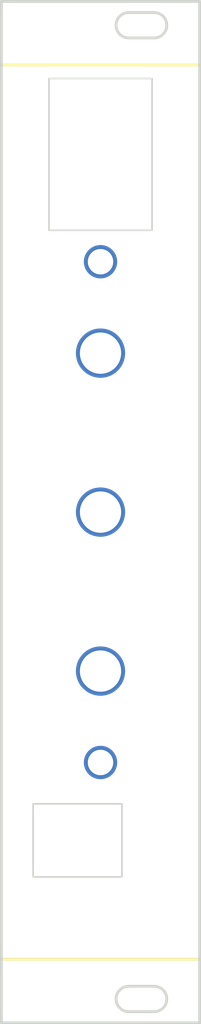
<source format=kicad_pcb>
(kicad_pcb (version 20211014) (generator pcbnew)

  (general
    (thickness 1.6)
  )

  (paper "A4")
  (layers
    (0 "F.Cu" signal)
    (31 "B.Cu" signal)
    (32 "B.Adhes" user "B.Adhesive")
    (33 "F.Adhes" user "F.Adhesive")
    (34 "B.Paste" user)
    (35 "F.Paste" user)
    (36 "B.SilkS" user "B.Silkscreen")
    (37 "F.SilkS" user "F.Silkscreen")
    (38 "B.Mask" user)
    (39 "F.Mask" user)
    (40 "Dwgs.User" user "User.Drawings")
    (41 "Cmts.User" user "User.Comments")
    (42 "Eco1.User" user "User.Eco1")
    (43 "Eco2.User" user "User.Eco2")
    (44 "Edge.Cuts" user)
    (45 "Margin" user)
    (46 "B.CrtYd" user "B.Courtyard")
    (47 "F.CrtYd" user "F.Courtyard")
    (48 "B.Fab" user)
    (49 "F.Fab" user)
    (50 "User.1" user)
    (51 "User.2" user)
    (52 "User.3" user)
    (53 "User.4" user)
    (54 "User.5" user)
    (55 "User.6" user)
    (56 "User.7" user)
    (57 "User.8" user)
    (58 "User.9" user)
  )

  (setup
    (pad_to_mask_clearance 0)
    (pcbplotparams
      (layerselection 0x00010fc_ffffffff)
      (disableapertmacros false)
      (usegerberextensions false)
      (usegerberattributes true)
      (usegerberadvancedattributes true)
      (creategerberjobfile true)
      (svguseinch false)
      (svgprecision 6)
      (excludeedgelayer true)
      (plotframeref false)
      (viasonmask false)
      (mode 1)
      (useauxorigin false)
      (hpglpennumber 1)
      (hpglpenspeed 20)
      (hpglpendiameter 15.000000)
      (dxfpolygonmode true)
      (dxfimperialunits true)
      (dxfusepcbnewfont true)
      (psnegative false)
      (psa4output false)
      (plotreference true)
      (plotvalue true)
      (plotinvisibletext false)
      (sketchpadsonfab false)
      (subtractmaskfromsilk false)
      (outputformat 1)
      (mirror false)
      (drillshape 1)
      (scaleselection 1)
      (outputdirectory "")
    )
  )

  (net 0 "")

  (gr_line (start -12.5 56.249985) (end 12.5 56.249985) (layer "F.SilkS") (width 0.352777) (tstamp c8bf1ec7-8127-42d7-908d-6976f1fa8926))
  (gr_line (start -12.5 -56.250004) (end 12.5 -56.250004) (layer "F.SilkS") (width 0.352777) (tstamp ca3e47f0-374b-4b85-a440-421109854856))
  (gr_poly
    (pts
      (xy 3.559999 -62.850088)
      (xy 6.76 -62.850088)
      (xy 6.842335 -62.848006)
      (xy 6.92359 -62.841827)
      (xy 7.003663 -62.831652)
      (xy 7.082455 -62.817581)
      (xy 7.159864 -62.799715)
      (xy 7.23579 -62.778155)
      (xy 7.310133 -62.753)
      (xy 7.382791 -62.724352)
      (xy 7.453665 -62.69231)
      (xy 7.522654 -62.656976)
      (xy 7.589657 -62.61845)
      (xy 7.654574 -62.576833)
      (xy 7.717304 -62.532224)
      (xy 7.777747 -62.484726)
      (xy 7.835802 -62.434437)
      (xy 7.891369 -62.381459)
      (xy 7.944347 -62.325892)
      (xy 7.994636 -62.267837)
      (xy 8.042135 -62.207394)
      (xy 8.086743 -62.144663)
      (xy 8.128361 -62.079746)
      (xy 8.166887 -62.012743)
      (xy 8.202221 -61.943754)
      (xy 8.234262 -61.87288)
      (xy 8.262911 -61.800222)
      (xy 8.288065 -61.725879)
      (xy 8.309626 -61.649953)
      (xy 8.327492 -61.572544)
      (xy 8.341562 -61.493753)
      (xy 8.351737 -61.413679)
      (xy 8.357916 -61.332424)
      (xy 8.359998 -61.250089)
      (xy 8.359998 -61.250085)
      (xy 8.357916 -61.167749)
      (xy 8.351737 -61.086494)
      (xy 8.341562 -61.006421)
      (xy 8.327492 -60.927629)
      (xy 8.309626 -60.85022)
      (xy 8.288065 -60.774294)
      (xy 8.262911 -60.699952)
      (xy 8.234262 -60.627293)
      (xy 8.202221 -60.556419)
      (xy 8.166887 -60.487431)
      (xy 8.128361 -60.420427)
      (xy 8.086743 -60.35551)
      (xy 8.042135 -60.29278)
      (xy 7.994636 -60.232337)
      (xy 7.944347 -60.174282)
      (xy 7.891369 -60.118715)
      (xy 7.835802 -60.065737)
      (xy 7.777747 -60.015448)
      (xy 7.717304 -59.967949)
      (xy 7.654574 -59.923341)
      (xy 7.589657 -59.881723)
      (xy 7.522654 -59.843197)
      (xy 7.453665 -59.807864)
      (xy 7.382791 -59.775822)
      (xy 7.310133 -59.747174)
      (xy 7.23579 -59.722019)
      (xy 7.159864 -59.700458)
      (xy 7.082455 -59.682593)
      (xy 7.003663 -59.668522)
      (xy 6.92359 -59.658347)
      (xy 6.842335 -59.652168)
      (xy 6.76 -59.650086)
      (xy 3.559999 -59.650086)
      (xy 3.477663 -59.652168)
      (xy 3.396408 -59.658347)
      (xy 3.316335 -59.668522)
      (xy 3.237543 -59.682593)
      (xy 3.160134 -59.700458)
      (xy 3.084208 -59.722019)
      (xy 3.009866 -59.747174)
      (xy 2.937207 -59.775822)
      (xy 2.866334 -59.807864)
      (xy 2.797345 -59.843197)
      (xy 2.730342 -59.881723)
      (xy 2.665425 -59.923341)
      (xy 2.602694 -59.967949)
      (xy 2.542251 -60.015448)
      (xy 2.484196 -60.065737)
      (xy 2.428629 -60.118715)
      (xy 2.375651 -60.174282)
      (xy 2.325362 -60.232337)
      (xy 2.277864 -60.29278)
      (xy 2.233255 -60.35551)
      (xy 2.191638 -60.420427)
      (xy 2.153112 -60.487431)
      (xy 2.117778 -60.556419)
      (xy 2.085736 -60.627293)
      (xy 2.057088 -60.699952)
      (xy 2.031933 -60.774294)
      (xy 2.010373 -60.85022)
      (xy 1.992507 -60.927629)
      (xy 1.978436 -61.006421)
      (xy 1.968261 -61.086494)
      (xy 1.962082 -61.167749)
      (xy 1.96 -61.250085)
      (xy 1.96 -61.250089)
      (xy 1.962082 -61.332424)
      (xy 1.968261 -61.413679)
      (xy 1.978436 -61.493753)
      (xy 1.992507 -61.572544)
      (xy 2.010373 -61.649953)
      (xy 2.031933 -61.725879)
      (xy 2.057088 -61.800222)
      (xy 2.085736 -61.87288)
      (xy 2.117778 -61.943754)
      (xy 2.153112 -62.012743)
      (xy 2.191638 -62.079746)
      (xy 2.233255 -62.144663)
      (xy 2.277864 -62.207394)
      (xy 2.325362 -62.267837)
      (xy 2.375651 -62.325892)
      (xy 2.428629 -62.381459)
      (xy 2.484196 -62.434437)
      (xy 2.542251 -62.484726)
      (xy 2.602694 -62.532224)
      (xy 2.665425 -62.576833)
      (xy 2.730342 -62.61845)
      (xy 2.797345 -62.656976)
      (xy 2.866334 -62.69231)
      (xy 2.937207 -62.724352)
      (xy 3.009866 -62.753)
      (xy 3.084208 -62.778155)
      (xy 3.160134 -62.799715)
      (xy 3.237543 -62.817581)
      (xy 3.316335 -62.831652)
      (xy 3.396408 -62.841827)
      (xy 3.477663 -62.848006)
      (xy 3.559999 -62.850088)
    ) (layer "Edge.Cuts") (width 0.352777) (fill none) (tstamp 02c02f9e-5d73-461b-ba89-2371bb2f8f03))
  (gr_rect (start -6.5 -35.45) (end 6.5 -54.55) (layer "Edge.Cuts") (width 0.2) (fill none) (tstamp 16184c5a-1601-443e-9a27-5ae798921846))
  (gr_poly
    (pts
      (xy 3.559999 59.649999)
      (xy 6.76 59.649999)
      (xy 6.842335 59.652081)
      (xy 6.92359 59.65826)
      (xy 7.003663 59.668435)
      (xy 7.082455 59.682505)
      (xy 7.159864 59.700371)
      (xy 7.23579 59.721931)
      (xy 7.310133 59.747086)
      (xy 7.382791 59.775734)
      (xy 7.453665 59.807775)
      (xy 7.522654 59.843109)
      (xy 7.589657 59.881635)
      (xy 7.654574 59.923252)
      (xy 7.717304 59.967861)
      (xy 7.777747 60.015359)
      (xy 7.835802 60.065648)
      (xy 7.891369 60.118626)
      (xy 7.944347 60.174192)
      (xy 7.994636 60.232248)
      (xy 8.042135 60.29269)
      (xy 8.086743 60.355421)
      (xy 8.128361 60.420337)
      (xy 8.166887 60.48734)
      (xy 8.202221 60.556329)
      (xy 8.234262 60.627203)
      (xy 8.262911 60.699861)
      (xy 8.288065 60.774204)
      (xy 8.309626 60.85013)
      (xy 8.327492 60.927539)
      (xy 8.341562 61.006331)
      (xy 8.351737 61.086404)
      (xy 8.357916 61.167659)
      (xy 8.359998 61.249995)
      (xy 8.357916 61.332331)
      (xy 8.351737 61.413586)
      (xy 8.341562 61.493659)
      (xy 8.327492 61.572451)
      (xy 8.309626 61.64986)
      (xy 8.288065 61.725786)
      (xy 8.262911 61.800129)
      (xy 8.234262 61.872787)
      (xy 8.202221 61.943661)
      (xy 8.166887 62.01265)
      (xy 8.128361 62.079653)
      (xy 8.086743 62.144569)
      (xy 8.042135 62.2073)
      (xy 7.994636 62.267742)
      (xy 7.944347 62.325798)
      (xy 7.891369 62.381364)
      (xy 7.835802 62.434342)
      (xy 7.777747 62.484631)
      (xy 7.717304 62.532129)
      (xy 7.654574 62.576738)
      (xy 7.589657 62.618355)
      (xy 7.522654 62.656881)
      (xy 7.453665 62.692215)
      (xy 7.382791 62.724256)
      (xy 7.310133 62.752904)
      (xy 7.23579 62.778059)
      (xy 7.159864 62.799619)
      (xy 7.082455 62.817485)
      (xy 7.003663 62.831555)
      (xy 6.92359 62.84173)
      (xy 6.842335 62.847909)
      (xy 6.76 62.849991)
      (xy 3.559999 62.849991)
      (xy 3.477663 62.847909)
      (xy 3.396408 62.84173)
      (xy 3.316335 62.831555)
      (xy 3.237543 62.817485)
      (xy 3.160134 62.799619)
      (xy 3.084208 62.778059)
      (xy 3.009866 62.752904)
      (xy 2.937207 62.724256)
      (xy 2.866334 62.692215)
      (xy 2.797345 62.656881)
      (xy 2.730342 62.618355)
      (xy 2.665425 62.576738)
      (xy 2.602694 62.532129)
      (xy 2.542251 62.484631)
      (xy 2.484196 62.434342)
      (xy 2.428629 62.381364)
      (xy 2.375651 62.325798)
      (xy 2.325362 62.267742)
      (xy 2.277864 62.2073)
      (xy 2.233255 62.144569)
      (xy 2.191638 62.079653)
      (xy 2.153112 62.01265)
      (xy 2.117778 61.943661)
      (xy 2.085736 61.872787)
      (xy 2.057088 61.800129)
      (xy 2.031933 61.725786)
      (xy 2.010373 61.64986)
      (xy 1.992507 61.572451)
      (xy 1.978436 61.493659)
      (xy 1.968261 61.413586)
      (xy 1.962082 61.332331)
      (xy 1.96 61.249995)
      (xy 1.962082 61.167659)
      (xy 1.968261 61.086404)
      (xy 1.978436 61.006331)
      (xy 1.992507 60.927539)
      (xy 2.010373 60.85013)
      (xy 2.031933 60.774204)
      (xy 2.057088 60.699861)
      (xy 2.085736 60.627203)
      (xy 2.117778 60.556329)
      (xy 2.153112 60.48734)
      (xy 2.191638 60.420337)
      (xy 2.233255 60.355421)
      (xy 2.277864 60.29269)
      (xy 2.325362 60.232248)
      (xy 2.375651 60.174192)
      (xy 2.428629 60.118626)
      (xy 2.484196 60.065648)
      (xy 2.542251 60.015359)
      (xy 2.602694 59.967861)
      (xy 2.665425 59.923252)
      (xy 2.730342 59.881635)
      (xy 2.797345 59.843109)
      (xy 2.866334 59.807775)
      (xy 2.937207 59.775734)
      (xy 3.009866 59.747086)
      (xy 3.084208 59.721931)
      (xy 3.160134 59.700371)
      (xy 3.237543 59.682505)
      (xy 3.316335 59.668435)
      (xy 3.396408 59.65826)
      (xy 3.477663 59.652081)
      (xy 3.559999 59.649999)
    ) (layer "Edge.Cuts") (width 0.352777) (fill none) (tstamp 806b1298-e54d-4612-9b4e-42575fd80b31))
  (gr_rect (start -8.5 36.7) (end 2.7 45.9) (layer "Edge.Cuts") (width 0.2) (fill none) (tstamp 8f63659c-c603-4a49-91ab-48455b7aabd8))
  (gr_poly
    (pts
      (xy -12.5 -64.250005)
      (xy 12.5 -64.250005)
      (xy 12.5 64.250005)
      (xy -12.5 64.250005)
      (xy -12.5 -64.250005)
    ) (layer "Edge.Cuts") (width 0.352777) (fill none) (tstamp ddcb1c47-3ed6-4573-baeb-3e9444c6bd3b))

  (via (at 0 20) (size 6.2) (drill 5.2) (layers "F.Cu" "B.Cu") (free) (net 0) (tstamp 3ed7d61d-4e5c-490a-a59c-c13d633cb021))
  (via (at 0 0) (size 6.2) (drill 5.2) (layers "F.Cu" "B.Cu") (free) (net 0) (tstamp 74f307a2-e12b-4f94-a3b3-63a10612b793))
  (via (at 0 -20) (size 6.2) (drill 5.2) (layers "F.Cu" "B.Cu") (free) (net 0) (tstamp 7f61998d-e04d-4388-b7dc-a68602295164))
  (via (at 0 -31.5) (size 4.2) (drill 3.2) (layers "F.Cu" "B.Cu") (free) (net 0) (tstamp dc281893-48ed-4159-878b-68f93e353c7b))
  (via (at 0 31.5) (size 4.2) (drill 3.2) (layers "F.Cu" "B.Cu") (free) (net 0) (tstamp ed164839-0c33-43ef-81e7-df8620797c91))

  (group "" (id 2070422c-6f73-479e-ba00-f053cb4fbf85)
    (members
      02c02f9e-5d73-461b-ba89-2371bb2f8f03
      806b1298-e54d-4612-9b4e-42575fd80b31
      c8bf1ec7-8127-42d7-908d-6976f1fa8926
      ca3e47f0-374b-4b85-a440-421109854856
      ddcb1c47-3ed6-4573-baeb-3e9444c6bd3b
    )
  )
)

</source>
